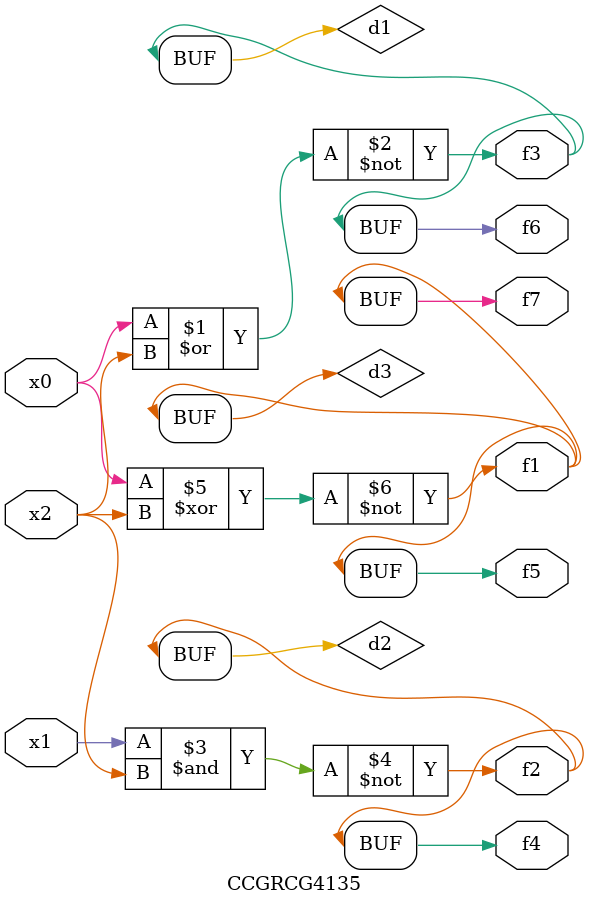
<source format=v>
module CCGRCG4135(
	input x0, x1, x2,
	output f1, f2, f3, f4, f5, f6, f7
);

	wire d1, d2, d3;

	nor (d1, x0, x2);
	nand (d2, x1, x2);
	xnor (d3, x0, x2);
	assign f1 = d3;
	assign f2 = d2;
	assign f3 = d1;
	assign f4 = d2;
	assign f5 = d3;
	assign f6 = d1;
	assign f7 = d3;
endmodule

</source>
